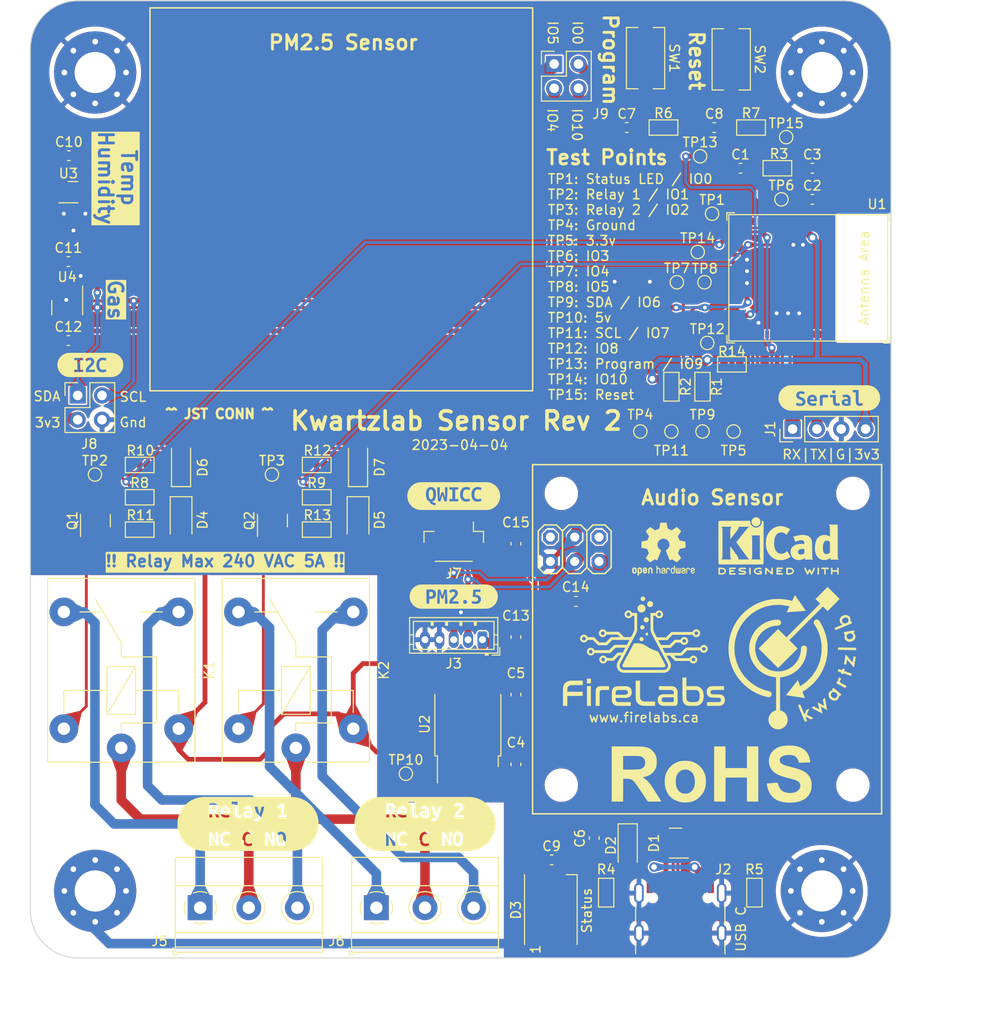
<source format=kicad_pcb>
(kicad_pcb (version 20221018) (generator pcbnew)
  (title_block (title "Kwartzlab Environmental Sensor") (date "2023-04-04") (rev "2") (company "Created By: Erin Reed (FireLabs - www.firelabs.ca)"))
  (layers (0 "F.Cu" signal) (31 "B.Cu" signal) (34 "B.Paste" user) (35 "F.Paste" user) (36 "B.SilkS" user "B.Silkscreen") (37 "F.SilkS" user "F.Silkscreen") (38 "B.Mask" user) (39 "F.Mask" user) (44 "Edge.Cuts" user))
  (net 0 "")
  (net 1 "GND")
  (net 2 "RESET")
  (net 3 "+3V3")
  (net 4 "+5V")
  (net 5 "Net-(C7-Pad2)")
  (net 6 "/USB_DP")
  (net 7 "/USB_DN")
  (net 8 "VBUS")
  (net 9 "/Status LED/D_OUT")
  (net 10 "Net-(C8-Pad2)")
  (net 11 "/USB C Connector/USB_CC1")
  (net 12 "STATUS")
  (net 13 "/Output Relays/RELAY1_STATUS_LED")
  (net 14 "/Output Relays/RELAY2_STATUS_LED")
  (net 15 "SDA")
  (net 16 "SCL")
  (net 17 "/Output Relays/RELAY1_EN")
  (net 18 "/Output Relays/RELAY2_EN")
  (net 21 "/Output Relays/RELAY1_NC")
  (net 26 "/Output Relays/RELAY1_COM")
  (net 28 "/Output Relays/RELAY1_NO")
  (net 29 "/Output Relays/RELAY2_NC")
  (net 34 "/RX")
  (net 35 "/TX")
  (net 40 "/Output Relays/RELAY2_COM")
  (net 41 "/Output Relays/RELAY2_NO")
  (net 42 "/Output Relays/RELAY1_F_EN")
  (net 43 "/Output Relays/RELAY2_F_EN")
  (net 44 "BOOT")
  (net 45 "RELAY1")
  (net 46 "RELAY2")
  (net 47 "GPIO3")
  (net 48 "GPIO4")
  (net 49 "GPIO5")
  (net 50 "GPIO8")
  (net 51 "GPIO10")
  (net 52 "/USB C Connector/USB_CC2")
  (footprint "kibuzzard-641C3874" (layer "F.Cu") (at 134.3 120.9)
    (fp_text reference "kibuzzard-641C3874" hide)
    (fp_text value "G***" hide)
  )
  (footprint "Connector_PinHeader_2.54mm:PinHeader_2x02_P2.54mm_Vertical" (layer "F.Cu") (at 95 99.884291)
    (fp_text reference "J8")
    (fp_text value "Conn_02x02_Odd_Even")
  )
  (footprint "Package_TO_SOT_SMD:TO-252-2" (layer "F.Cu") (at 135.775 134.235 90)
    (fp_text reference "U2")
    (fp_text value "AMS1117-3.3")
  )
  (footprint "Button_Switch_SMD:SW_Tactile_SPST_NO_Straight_CK_PTS636Sx25SMTRLFS" (layer "F.Cu") (at 154.35 64.65 -90)
    (fp_text reference "SW1")
    (fp_text value "SW_Push")
  )
  (footprint "Capacitor_SMD:C_0603_1608Metric" (layer "F.Cu") (at 152.375 71.9)
    (fp_text reference "C7")
    (fp_text value "0.1uF / 50v (10%) (NC)")
  )
  (footprint "MountingHole:MountingHole_4.3mm_M4_Pad_Via" (layer "F.Cu") (at 172.782188 66.15)
    (fp_text reference "H3" hide)
    (fp_text value "M4" hide)
  )
  (footprint "kibuzzard-641C36F3" (layer "F.Cu") (at 112.8 144.65)
    (fp_text reference "kibuzzard-641C36F3" hide)
    (fp_text value "G***" hide)
  )
  (footprint "MountingHole:MountingHole_4.3mm_M4_Pad_Via" (layer "F.Cu") (at 96.825 151.65)
    (fp_text reference "H1" hide)
    (fp_text value "M4" hide)
  )
  (footprint "PCM_Resistor_SMD_AKL:R_0603_1608Metric" (layer "F.Cu") (at 119.975 113.9 180)
    (fp_text reference "R13")
    (fp_text value "10k (1%)" hide)
  )
  (footprint "Connector_PinHeader_2.54mm:PinHeader_1x04_P2.54mm_Vertical" (layer "F.Cu") (at 169.72 103.4 90)
    (fp_text reference "J1")
    (fp_text value "Serial Interface")
  )
  (footprint "TestPoint:TestPoint_Pad_D1.0mm" (layer "F.Cu") (at 161.3 80.9)
    (fp_text reference "TP1")
    (fp_text value "Status")
  )
  (footprint "MountingHole:MountingHole_4.3mm_M4_Pad_Via" (layer "F.Cu") (at 96.825 66.15)
    (fp_text reference "H4" hide)
    (fp_text value "M4")
  )
  (footprint "Package_TO_SOT_SMD:SOT-23" (layer "F.Cu") (at 115.35 112.9625 90)
    (fp_text reference "Q2")
    (fp_text value "MMBT3904-TP")
  )
  (footprint "Symbol:OSHW-Logo2_7.3x6mm_SilkScreen" (layer "F.Cu") (at 156.22 115.94)
    (fp_text reference "REF**" hide)
    (fp_text value "OSHW-Logo2_7.3x6mm_SilkScreen" hide)
  )
  (footprint "Connector_JST:JST_ZH_B5B-ZR_1x05_P1.50mm_Vertical" (layer "F.Cu") (at 137.3 125.4 180)
    (fp_text reference "J3")
    (fp_text value "PM2.5 Sensor")
  )
  (footprint "Symbol:RoHS-Logo_6mm_SilkScreen" (layer "F.Cu") (at 161.271137 139.428748)
    (fp_text reference "REF**" hide)
    (fp_text value "RoHS-Logo_6mm_SilkScreen" hide)
  )
  (footprint "Diode_SMD:D_SOD-123" (layer "F.Cu") (at 105.8 107.05 90)
    (fp_text reference "D6")
    (fp_text value "1N4148W")
  )
  (footprint "Espressif:ESP32-C3-MINI-1" (layer "F.Cu") (at 171.35 87.6 -90)
    (fp_text reference "U1")
    (fp_text value "ESP32-C3-MINI-1")
  )
  (footprint "PCM_Resistor_SMD_AKL:R_0603_1608Metric" (layer "F.Cu") (at 150.23 151.825 -90)
    (fp_text reference "R4")
    (fp_text value "5.11k" hide)
  )
  (footprint "Relay_THT:Relay_SPDT_Finder_36.11" (layer "F.Cu") (at 117.8 136.7 90)
    (fp_text reference "K2")
    (fp_text value "5v Relay")
  )
  (footprint "Capacitor_SMD:C_0603_1608Metric" (layer "F.Cu") (at 171.775 79.4)
    (fp_text reference "C2")
    (fp_text value "10uF / 25v (20%)")
  )
  (footprint "LOGO" (layer "F.Cu") (at 168.2 126.35)
    (fp_text reference "G***" hide)
    (fp_text value "LOGO" hide)
  )
  (footprint "PCM_Resistor_SMD_AKL:R_0603_1608Metric" (layer "F.Cu") (at 101.475 110.525)
    (fp_text reference "R8")
    (fp_text value "1k (1%)" hide)
  )
  (footprint "MountingHole:MountingHole_4.3mm_M4_Pad_Via" (layer "F.Cu") (at 172.769581 151.65)
    (fp_text reference "H2" hide)
    (fp_text value "M4" hide)
  )
  (footprint "Capacitor_SMD:C_0603_1608Metric" (layer "F.Cu") (at 147.075 121.4 180)
    (fp_text reference "C14")
    (fp_text value "10uF / 25v (20%)")
  )
  (footprint "PCM_Resistor_SMD_AKL:R_0603_1608Metric" (layer "F.Cu") (at 160.3 98.975 -90)
    (fp_text reference "R1")
    (fp_text value "5.1k (1%)" hide)
  )
  (footprint "Capacitor_SMD:C_0603_1608Metric" (layer "F.Cu") (at 94.075 74.8375)
    (fp_text reference "C10")
    (fp_text value "10uF / 25v (20%)")
  )
  (footprint "TerminalBlock_Phoenix:TerminalBlock_Phoenix_MKDS-1,5-3-5.08_1x03_P5.08mm_Horizontal" (layer "F.Cu") (at 126.215 153.4)
    (fp_text reference "J6")
    (fp_text value "Screw_Terminal_01x03")
  )
  (footprint "TestPoint:TestPoint_Pad_D1.0mm" (layer "F.Cu") (at 129.3 139.4)
    (fp_text reference "TP10")
    (fp_text value "5V")
  )
  (footprint "Capacitor_SMD:C_0603_1608Metric" (layer "F.Cu") (at 140.8 115.375 90)
    (fp_text reference "C15")
    (fp_text value "10uF / 25v (20%)")
  )
  (footprint "LED_SMD:LED_WS2812B_PLCC4_5.0x5.0mm_P3.2mm" (layer "F.Cu") (at 144.45 153.6 90)
    (fp_text reference "D3")
    (fp_text value "WS2812B")
  )
  (footprint "Capacitor_SMD:C_0603_1608Metric" (layer "F.Cu") (at 140.8 125.125 90)
    (fp_text reference "C13")
    (fp_text value "10uF / 25v (20%)")
  )
  (footprint "Symbol:KiCad-Logo2_5mm_SilkScreen" (layer "F.Cu") (at 168.24 115.6)
    (fp_text reference "REF**" hide)
    (fp_text value "KiCad-Logo2_5mm_SilkScreen" hide)
  )
  (footprint "PCM_Resistor_SMD_AKL:R_0603_1608Metric" (layer "F.Cu") (at 165.73 151.825 -90)
    (fp_text reference "R5")
    (fp_text value "5.11k" hide)
  )
  (footprint "TestPoint:TestPoint_Pad_D1.0mm" (layer "F.Cu") (at 160.3 103.65 90)
    (fp_text reference "TP9")
    (fp_text value "SDA")
  )
  (footprint "kibuzzard-643301AD" (layer "F.Cu") (at 96.32 96.7)
    (fp_text reference "kibuzzard-643301AD" hide)
    (fp_text value "G***" hide)
  )
  (footprint "Button_Switch_SMD:SW_Tactile_SPST_NO_Straight_CK_PTS636Sx25SMTRLFS" (layer "F.Cu") (at 163.3 64.775 -90)
    (fp_text reference "SW2")
    (fp_text value "SW_Push")
  )
  (footprint "Capacitor_SMD:C_0603_1608Metric" (layer "F.Cu") (at 140.8 131.125 90)
    (fp_text reference "C5")
    (fp_text value "10uF / 25v (20%)")
  )
  (footprint "TestPoint:TestPoint_Pad_D1.0mm" (layer "F.Cu") (at 153.8 103.65 90)
    (fp_text reference "TP4")
    (fp_text value "GND")
  )
  (footprint "PCM_Resistor_SMD_AKL:R_0603_1608Metric" (layer "F.Cu") (at 165.375 71.9)
    (fp_text reference "R7")
    (fp_text value "100" hide)
  )
  (footprint "Diode_SMD:D_SOD-123" (layer "F.Cu") (at 152.48 147 -90)
    (fp_text reference "D2")
    (fp_text value "1N5819HW-7-F")
  )
  (footprint "TestPoint:TestPoint_Pad_D1.0mm" (layer "F.Cu") (at 115.3 108.15)
    (fp_text reference "TP3")
    (fp_text value "Relay 2")
  )
  (footprint "Capacitor_SMD:C_0603_1608Metric" (layer "F.Cu") (at 164.275 76.15)
    (fp_text reference "C1")
    (fp_text value "1uF / 16v (10%)")
  )
  (footprint "kibuzzard-641C3703" (layer "F.Cu") (at 131.3 144.65)
    (fp_text reference "kibuzzard-641C3703" hide)
    (fp_text value "G***" hide)
  )
  (footprint "Connector_JST:JST_SH_BM04B-SRSS-TB_1x04-1MP_P1.00mm_Vertical" (layer "F.Cu") (at 134.3 115.2 180)
    (fp_text reference "J7")
    (fp_text value "Qwicc Connector")
  )
  (footprint "Capacitor_SMD:C_0603_1608Metric" (layer "F.Cu") (at 161.525 71.9)
    (fp_text reference "C8")
    (fp_text value "0.1uF / 50v (10%) (NC)")
  )
  (footprint "PCM_Resistor_SMD_AKL:R_0603_1608Metric" (layer "F.Cu") (at 163.375 96.64)
    (fp_text reference "R14")
    (fp_text value "10k (1%)" hide)
  )
  (footprint "TestPoint:TestPoint_Pad_D1.0mm" (layer "F.Cu") (at 160.05 74.9)
    (fp_text reference "TP13")
    (fp_text value "Program")
  )
  (footprint "TestPoint:TestPoint_Pad_D1.0mm" (layer "F.Cu") (at 168.55 79.4)
    (fp_text reference "TP6")
    (fp_text value "GPIO3")
  )
  (footprint "TerminalBlock_Phoenix:TerminalBlock_Phoenix_MKDS-1,5-3-5.08_1x03_P5.08mm_Horizontal" (layer "F.Cu") (at 107.8 153.4)
    (fp_text reference "J5")
    (fp_text value "Screw_Terminal_01x03")
  )
  (footprint "Zio Loudness Sensor:zio_loudness_sensor" (layer "F.Cu") (at 147.062928 115.954144 180)
    (fp_text reference "J4" hide)
    (fp_text value "Zio Loudness Sensor")
  )
  (footprint "kibuzzard-641C387C" (layer "F.Cu") (at 134.3 110.4)
    (fp_text reference "kibuzzard-641C387C" hide)
    (fp_text value "G***" hide)
  )
  (footprint "PCM_Resistor_SMD_AKL:R_0603_1608Metric" (layer "F.Cu") (at 101.475 107.15 180)
    (fp_text reference "R10")
    (fp_text value "1k (1%)" hide)
  )
  (footprint "PCM_Resistor_SMD_AKL:R_0603_1608Metric" (layer "F.Cu") (at 119.975 107.15 180)
    (fp_text reference "R12")
    (fp_text value "1k (1%)" hide)
  )
  (footprint "Diode_SMD:D_SOD-123" (layer "F.Cu") (at 124.3 107.05 90)
    (fp_text reference "D7")
    (fp_text value "1N4148W")
  )
  (footprint "LED_SMD:LED_1206_3216Metric" (layer "F.Cu") (at 105.8 112.75 -90)
    (fp_text reference "D4")
    (fp_text value "LED")
  )
  (footprint "TestPoint:TestPoint_Pad_D1.0mm" (layer "F.Cu") (at 157.05 103.65 90)
    (fp_text reference "TP11")
    (fp_text value "SCL")
  )
  (footprint "kibuzzard-641C3A69" (layer "F.Cu") (at 173.55 100.15)
    (fp_text reference "kibuzzard-641C3A69" hide)
    (fp_text value "G***" hide)
  )
  (footprint "TestPoint:TestPoint_Pad_D1.0mm" (layer "F.Cu") (at 159.8 84.9)
    (fp_text reference "TP14")
    (fp_text value "GPIO10")
  )
  (footprint "Capacitor_SMD:C_0603_1608Metric" (layer "F.Cu") (at 171.775 76.15)
    (fp_text reference "C3")
    (fp_text value "0.1uF / 50v (10%)")
  )
  (footprint "Package_LGA:Bosch_LGA-8_3x3mm_P0.8mm_ClockwisePinNumbering" (layer "F.Cu") (at 93.9 89.9625)
    (fp_text reference "U4")
    (fp_text value "BME688")
  )
  (footprint "TestPoint:TestPoint_Pad_D1.0mm" (layer "F.Cu") (at 160.51 88.06)
    (fp_text reference "TP8")
    (fp_text value "GPIO5")
  )
  (footprint "TestPoint:TestPoint_Pad_D1.0mm" (layer "F.Cu") (at 163.55 103.65 90)
    (fp_text reference "TP5")
    (fp_text value "3V3")
  )
  (footprint "TestPoint:TestPoint_Pad_D1.0mm" (layer "F.Cu") (at 160.8 94.4)
    (fp_text reference "TP12")
    (fp_text value "GPIO8")
  )
  (footprint "Capacitor_SMD:C_0603_1608Metric" (layer "F.Cu") (at 148.98 146.125 -90)
    (fp_text reference "C6")
    (fp_text value "10uF / 25v (20%)")
  )
  (footprint "Connector_USB:USB_C_Receptacle_GCT_USB4105-xx-A_16P_TopMnt_Horizontal" (layer "F.Cu") (at 157.98 154.975)
    (fp_text reference "J2")
    (fp_text value "USB_C_Receptacle_USB2.0")
  )
  (footprint "PCM_Resistor_SMD_AKL:R_0603_1608Metric" (layer "F.Cu") (at 101.475 113.9 180)
    (fp_text reference "R11")
    (fp_text value "10k (1%)" hide)
  )
  (footprint "Package_TO_SOT_SMD:SOT-23" (layer "F.Cu") (at 96.85 112.9625 90)
    (fp_text reference "Q1")
    (fp_text value "MMBT3904-TP")
  )
  (footprint "Connector_PinHeader_2.54mm:PinHeader_2x02_P2.54mm_Vertical" (layer "F.Cu") (at 144.8 65.26)
    (fp_text reference "J9")
    (fp_text value "Conn_02x02_Odd_Even")
  )
  (footprint "PCM_Resistor_SMD_AKL:R_0603_1608Metric" (layer "F.Cu") (at 157.05 98.975 -90)
    (fp_text reference "R2")
    (fp_text value "5.1k (1%)" hide)
  )
  (footprint "Sensor_Humidity:Sensirion_DFN-4-1EP_2x2mm_P1mm_EP0.7x1.6mm" (layer "F.Cu") (at 94.025 78.65)
    (fp_text reference "U3")
    (fp_text value "SHTC3")
  )
  (footprint "PCM_Resistor_SMD_AKL:R_0603_1608Metric" (layer "F.Cu") (at 119.975 110.525)
    (fp_text reference "R9")
    (fp_text value "1k (1%)" hide)
  )
  (footprint "TestPoint:TestPoint_Pad_D1.0mm" (layer "F.Cu") (at 169.05 72.9)
    (fp_text reference "TP15")
    (fp_text value "Reset")
  )
  (footprint "LED_SMD:LED_1206_3216Metric" (layer "F.Cu") (at 124.3 112.75 -90)
    (fp_text reference "D5")
    (fp_text value "LED")
  )
  (footprint "Package_TO_SOT_SMD:SOT-143" (layer "F.Cu") (at 157.48 146.65 180)
    (fp_text reference "D1")
    (fp_text value "SP0503BAHT")
  )
  (footprint "Capacitor_SMD:C_0603_1608Metric" (layer "F.Cu") (at 140.8 138.425 90)
    (fp_text reference "C4")
    (fp_text value "10uF / 25v (20%)")
  )
  (footprint "PCM_Resistor_SMD_AKL:R_0603_1608Metric" (layer "F.Cu") (at 156.225 71.9)
    (fp_text reference "R6")
    (fp_text value "100" hide)
  )
  (footprint "Relay_THT:Relay_SPDT_Finder_36.11" (layer "F.Cu") (at 99.55 136.7 90)
    (fp_text reference "K1")
    (fp_text value "5v Relay")
  )
  (footprint "Capacitor_SMD:C_0603_1608Metric" (layer "F.Cu") (at 94.025 85.9)
    (fp_text reference "C11")
    (fp_text value "10uF / 25v (20%)")
  )
  (footprint "Capacitor_SMD:C_0603_1608Metric" (layer "F.Cu") (at 144.525 148.4)
    (fp_text reference "C9")
    (fp_text value "10uF / 25v (20%)")
  )
  (footprint "TestPoint:TestPoint_Pad_D1.0mm" (layer "F.Cu") (at 157.62 88.06)
    (fp_text reference "TP7")
    (fp_text value "GPIO4")
  )
  (footprint "LOGO" (layer "F.Cu") (at 154.17 126.6)
    (fp_text reference "G***" hide)
    (fp_text value "LOGO" hide)
  )
  (footprint "TestPoint:TestPoint_Pad_D1.0mm" (layer "F.Cu") (at 96.8 108.15)
    (fp_text reference "TP2")
    (fp_text value "Relay 1")
  )
  (footprint "PCM_Resistor_SMD_AKL:R_0603_1608Metric" (layer "F.Cu") (at 168.125 76.15 180)
    (fp_text reference "R3")
    (fp_text value "10k (1%)" hide)
  )
  (footprint "Capacitor_SMD:C_0603_1608Metric" (layer "F.Cu") (at 94.025 94.15)
    (fp_text reference "C12")
    (fp_text value "10uF / 25v (20%)")
  )
  (gr_rect (start 102.55 59.4) (end 142.55 99.4) (stroke (width 0.15)) (fill none) (layer "F.SilkS"))
  (gr_arc (start 180.007188 153.65) (mid 178.542721 157.18553) (end 175.007188 158.65) (stroke (width 0.1)) (layer "Edge.Cuts"))
  (gr_arc (start 90.05 63.65) (mid 91.514466 60.114466) (end 95.05 58.65) (stroke (width 0.1)) (layer "Edge.Cuts"))
  (gr_line (start 175.007188 158.65) (end 95.05 158.65) (stroke (width 0.1)) (layer "Edge.Cuts"))
  (gr_arc (start 175.007188 58.65) (mid 178.54273 60.114462) (end 180.007188 63.65) (stroke (width 0.1)) (layer "Edge.Cuts"))
  (gr_line (start 180.007188 63.65) (end 180.007188 153.65) (stroke (width 0.1)) (layer "Edge.Cuts"))
  (gr_line (start 90.05 153.65) (end 90.05 63.65) (stroke (width 0.1)) (layer "Edge.Cuts"))
  (gr_arc (start 95.05 158.65) (mid 91.514466 157.185534) (end 90.05 153.65) (stroke (width 0.1)) (layer "Edge.Cuts"))
  (gr_line (start 95.05 58.65) (end 175.007188 58.65) (stroke (width 0.1)) (layer "Edge.Cuts"))
  (gr_text "PM2.5 Sensor" (at 114.8 63.9) (layer "F.SilkS") (effects (font (size 1.5 1.5) (thickness 0.3) bold) (justify left bottom)))
  (gr_text "IO10" (at 146.6 69.80467 270) (layer "F.SilkS") (effects (font (size 1 1)) (justify left bottom)))
  (gr_text "Program" (at 149.8 59.9 270) (layer "F.SilkS") (effects (font (size 1.5 1.5) (thickness 0.3) bold) (justify left bottom)))
  (gr_text "SDA\n" (at 90.29 100.56259) (layer "F.SilkS") (effects (font (size 1 1)) (justify left bottom)))
  (gr_text "USB C" (at 164.91 158.1 90) (layer "F.SilkS") (effects (font (size 1 1)) (justify left bottom)))
  (gr_text "^^ JST CONN ^^" (at 104.05 102.4) (layer "F.SilkS") (effects (font (size 1 1) (thickness 0.25) bold) (justify left bottom)))
  (gr_text "Audio Sensor" (at 153.732928 111.434144) (layer "F.SilkS") (effects (font (size 1.5 1.5) (thickness 0.3) bold) (justify left bottom)))
  (gr_text "Reset" (at 158.8 61.65 270) (layer "F.SilkS") (effects (font (size 1.5 1.5) (thickness 0.3) bold) (justify left bottom)))
  (gr_text "IO5" (at 144.06 60.665067 270) (layer "F.SilkS") (effects (font (size 1 1)) (justify left bottom)))
  (gr_text "Temp\nHumidity" (at 97.05 77.15 270) (layer "F.SilkS" knockout) (effects (font (size 1.5 1.5) (thickness 0.3) bold) (justify bottom)))
  (gr_text "Kwartzlab Sensor Rev 2" (at 134.55 103.65) (layer "F.SilkS") (effects (font (size 1.9 1.9) (thickness 0.38) bold) (justify bottom)))
  (gr_text "www.firelabs.ca" (at 148.327387 134.11) (layer "F.SilkS") (effects (font (size 1 1)) (justify left bottom)))
  (gr_text "2023-04-04" (at 129.8 105.65) (layer "F.SilkS") (effects (font (size 1 1)) (justify left bottom)))
  (gr_text "Status" (at 148.8 156.15 90) (layer "F.SilkS") (effects (font (size 1 1)) (justify left bottom)))
  (gr_text "IO0" (at 146.64 60.665067 270) (layer "F.SilkS") (effects (font (size 1 1)) (justify left bottom)))
  (gr_text "IO4" (at 144.02 69.80467 270) (layer "F.SilkS") (effects (font (size 1 1)) (justify left bottom)))
  (gr_text "SCL" (at 99.29 100.620183) (layer "F.SilkS") (effects (font (size 1 1)) (justify left bottom)))
  (gr_text "Gas" (at 98.05 87.65 -90) (layer "F.SilkS" knockout) (effects (font (size 1.5 1.5) (thickness 0.3) bold) (justify left bottom)))
  (gr_text "      !! Relay Max 240 VAC 5A !!      " (at 92.3 117.9) (layer "F.SilkS" knockout) (effects (font (size 1.2 1.2) (thickness 0.25) bold) (justify left bottom)))
  (gr_text "Gnd" (at 99.28 103.290183) (layer "F.SilkS") (effects (font (size 1 1)) (justify left bottom)))
  (gr_text "RX|TX|G|3v3" (at 168.55 106.65) (layer "F.SilkS") (effects (font (size 1 1)) (justify left bottom)))
  (gr_text "TP1: Status LED / IO0\nTP2: Relay 1 / IO1\nTP3: Relay 2 / IO2\nTP4: Ground\nTP5: 3.3v\nTP6: IO3\nTP7: IO4\nTP8: IO5\nTP9: SDA / IO6\nTP10: 5v\nTP11: SCL / IO7\nTP12: IO8\nTP13: Program / IO9\nTP14: IO10\nTP15: Reset" (at 144.05 100.4) (layer "F.SilkS") (effects (font (size 1 1)) (justify left bottom)))
  (gr_text "Test Points" (at 143.8 75.9) (layer "F.SilkS") (effects (font (size 1.5 1.5) (thickness 0.3) bold) (justify left bottom)))
  (gr_text "3v3" (at 90.43 103.31259) (layer "F.SilkS") (effects (font (size 1 1)) (justify left bottom)))
  (segment (start 96.825 155.675) (end 98.3 157.15) (width 1) (layer "F.Cu") (net 1))
  (segment (start 96.825 151.65) (end 96.825 155.675) (width 1) (layer "F.Cu") (net 1))
  (segment (start 96.825 151.65) (end 96.825 154.675) (width 0.5) (layer "F.Cu") (net 1))
  (segment (start 98.3 157.15) (end 140.3 157.15) (width 1) (layer "F.Cu") (net 1))
  (via (at 95.8 80.9) (size 0.8) (drill 0.4) (layers "F.Cu" "B.Cu") (net 1))
  (via (at 170.4 91.3) (size 0.8) (drill 0.4) (layers "F.Cu" "B.Cu") (net 1))
  (via (at 169.25 91.3) (size 0.8) (drill 0.4) (layers "F.Cu" "B.Cu") (net 1))
  (via (at 94.55 82.65) (size 0.8) (drill 0.4) (layers "F.Cu" "B.Cu") (net 1))
  (via (at 168.05 91.3) (size 0.8) (drill 0.4) (layers "F.Cu" "B.Cu") (net 1))
  (via (at 170.8 84.15) (size 0.8) (drill 0.4) (layers "F.Cu" "B.Cu") (net 1))
  (via (at 93.8 89.9) (size 0.8) (drill 0.4) (layers "F.Cu" "B.Cu") (net 1))
  (via (at 93.55 80.9) (size 0.8) (drill 0.4) (layers "F.Cu" "B.Cu") (net 1))
  (via (at 154.8 88.01) (size 0.8) (drill 0.4) (layers "F.Cu" "B.Cu") (net 1))
  (via (at 164.95 86.9) (size 0.8) (drill 0.4) (layers "F.Cu" "B.Cu") (net 1))
  (via (at 166.15 92.3) (size 0.8) (drill 0.4) (layers "F.Cu" "B.Cu") (net 1))
  (via (at 164.95 85.7) (size 0.8) (drill 0.4) (layers "F.Cu" "B.Cu") (net 1))
  (via (at 169.8 84.15) (size 0.8) (drill 0.4) (layers "F.Cu" "B.Cu") (net 1))
  (via (at 95.3 87.4) (size 0.8) (drill 0.4) (layers "F.Cu" "B.Cu") (net 1))
  (via (at 164.95 88.15) (size 0.8) (drill 0.4) (layers "F.Cu" "B.Cu") (net 1))
  (via (at 135.05 122.54) (size 0.8) (drill 0.4) (layers "F.Cu" "B.Cu") (net 1))
  (via (at 151.12 88) (size 0.8) (drill 0.4) (layers "F.Cu" "B.Cu") (net 1))
  (segment (start 96.825 151.65) (end 96.825 155.675) (width 1) (layer "B.Cu") (net 1))
  (segment (start 98.3 157.15) (end 140.3 157.15) (width 1) (layer "B.Cu") (net 1))
  (segment (start 96.825 155.675) (end 98.3 157.15) (width 1) (layer "B.Cu") (net 1))
  (segment (start 166.22 71.92) (end 166.22 72.82) (width 0.3) (layer "F.Cu") (net 2))
  (segment (start 167.05 79.9) (end 166.22 79.07) (width 0.3) (layer "F.Cu") (net 2))
  (segment (start 166.2 71.9) (end 166.22 71.92) (width 0.3) (layer "F.Cu") (net 2))
  (segment (start 166.22 79.07) (end 166.22 76.23) (width 0.3) (layer "F.Cu") (net 2))
  (segment (start 166.3 76.15) (end 167.3 76.15) (width 0.3) (layer "F.Cu") (net 2))
  (segment (start 166.22 76.23) (end 166.3 76.15) (width 0.3) (layer "F.Cu") (net 2))
  (segment (start 166.22 72.82) (end 166.3 72.9) (width 0.3) (layer "F.Cu") (net 2))
  (segment (start 166.22 76.07) (end 166.3 76.15) (width 0.3) (layer "F.Cu") (net 2))
  (segment (start 169.05 72.9) (end 166.3 72.9) (width 0.3) (layer "F.Cu") (net 2))
  (segment (start 165.05 76.15) (end 166.3 76.15) (width 0.3) (layer "F.Cu") (net 2))
  (segment (start 167.05 81.7) (end 167.05 79.9) (width 0.3) (layer "F.Cu") (net 2))
  (segment (start 166.22 72.82) (end 166.22 76.07) (width 0.3) (layer "F.Cu") (net 2))
  (segment (start 160.8 96.15) (end 160.3 96.65) (width 0.5) (layer "F.Cu") (net 3))
  (segment (start 93.05 87.4) (end 91.3 87.4) (width 0.5) (layer "F.Cu") (net 3))
  (segment (start 168.95 76.15) (end 171 76.15) (width 0.5) (layer "F.Cu") (net 3))
  (segment (start 91.3 75.4) (end 91.8 74.9) (width 0.5) (layer "F.Cu") (net 3))
  (segment (start 171 79.4) (end 171 76.15) (width 0.5) (layer "F.Cu") (net 3))
  (segment (start 139.83 114.6) (end 138.79 113.56) (width 0.5) (layer "F.Cu") (net 3))
  (segment (start 95 102.424291) (end 93.774291 102.424291) (width 0.5) (layer "F.Cu") (net 3))
  (segment (start 162.55 98.15) (end 160.3 98.15) (width 0.5) (layer "F.Cu") (net 3))
  (segment (start 94.3 92.65) (end 93.3 92.65) (width 0.5) (layer "F.Cu") (net 3))
  (segment (start 148.8 123.65) (end 142.8 123.65) (width 0.5) (layer "F.Cu") (net 3))
  (segment (start 142.3 131.9) (end 142.8 131.4) (width 0.5) (layer "F.Cu") (net 3))
  (segment (start 93.5 88.775) (end 93.5 87.85) (width 0.5) (layer "F.Cu") (net 3))
  (segment (start 93.2375 74.9) (end 93.3 74.8375) (width 0.5) (layer "F.Cu") (net 3))
  (segment (start 91.3 91.65) (end 91.3 87.4) (width 0.5) (layer "F.Cu") (net 3))
  (segment (start 135.3 111.9) (end 138.8 111.9) (width 0.5) (layer "F.Cu") (net 3))
  (segment (start 147.85 121.4) (end 149.482928 121.4) (width 0.5) (layer "F.Cu") (net 3))
  (segment (start 151.725856 117.224144) (end 163.55 105.4) (width 0.5) (layer "F.Cu") (net 3))
  (segment (start 93.5 87.85) (end 93.05 87.4) (width 0.5) (layer "F.Cu") (net 3))
  (segment (start 93.25 85.9) (end 91.3 85.9) (width 0.5) (layer "F.Cu") (net 3))
  (segment (start 163.55 99.15) (end 163.045 98.645) (width 0.5) (layer "F.Cu") (net 3))
  (segment (start 91.3 85.9) (end 91.3 78.15) (width 0.5) (layer "F.Cu") (net 3))
  (segment (start 96.05 92.65) (end 94.3 92.65) (width 0.5) (layer "F.Cu") (net 3))
  (segment (start 93.25 92.7) (end 93.3 92.65) (width 0.5) (layer "F.Cu") (net 3))
  (segment (start 160.3 96.65) (end 160.3 98.15) (width 0.5) (layer "F.Cu") (net 3))
  (segment (start 134.8 113.875) (end 134.8 112.4) (width 0.5) (layer "F.Cu") (net 3))
  (segment (start 149.482928 117.224144) (end 151.725856 117.224144) (width 0.5) (layer "F.Cu") (net 3))
  (segment (start 141.3 93.15) (end 96.55 93.15) (width 0.5) (layer "F.Cu") (net 3))
  (segment (start 149.482928 121.4) (end 149.482928 122.967072) (width 0.5) (layer "F.Cu") (net 3))
  (segment (start 163.55 105.4) (end 163.55 103.65) (width 0.5) (layer "F.Cu") (net 3))
  (segment (start 92.3 92.65) (end 93.3 92.65) (width 0.5) (layer "F.Cu") (net 3))
  (segment (start 171.05 81.7) (end 171.05 79.45) (width 0.5) (layer "F.Cu") (net 3))
  (segment (start 149.482928 122.967072) (end 148.8 123.65) (width 0.5) (layer "F.Cu") (net 3))
  (segment (start 137.3 131.3) (end 137.9 131.9) (width 0.5) (layer "F.Cu") (net 3))
  (segment (start 142.3 111.9) (end 142.3 118.91) (width 0.5) (layer "F.Cu") (net 3))
  (segment (start 134.8 112.4) (end 135.3 111.9) (width 0.5) (layer "F.Cu") (net 3))
  (segment (start 91.3 87.4) (end 91.3 85.9) (width 0.5) (layer "F.Cu") (net 3))
  (segment (start 163.55 103.65) (end 163.55 99.15) (width 0.5) (layer "F.Cu") (net 3))
  (segment (start 91.8 74.9) (end 93.2375 74.9) (width 0.5) (layer "F.Cu") (net 3))
  (segment (start 142.8 131.4) (end 142.8 123.65) (width 0.5) (layer "F.Cu") (net 3))
  (segment (start 93.25 94.15) (end 93.25 92.7) (width 0.5) (layer "F.Cu") (net 3))
  (segment (start 142.3 118.91) (end 142.8 119.41) (width 0.5) (layer "F.Cu") (net 3))
  (segment (start 157.05 98.15) (end 155.05 98.15) (width 0.5) (layer "F.Cu") (net 3))
  (segment (start 171.05 79.45) (end 171 79.4) (width 0.5) (layer "F.Cu") (net 3))
  (segment (start 171.05 81.7) (end 171.05 82.65) (width 0.5) (layer "F.Cu") (net 3))
  (segment (start 140.8 131.9) (end 142.3 131.9) (width 0.5) (layer "F.Cu") (net 3))
  (segment (start 163.045 98.645) (end 162.55 98.15) (width 0.5) (layer "F.Cu") (net 3))
  (segment (start 137.9 131.9) (end 140.8 131.9) (width 0.5) (layer "F.Cu") (net 3))
  (segment (start 140.8 111.9) (end 142.3 111.9) (width 0.5) (layer "F.Cu") (net 3))
  (segment (start 142.3 111.9) (end 142.3 94.15) (width 0.5) (layer "F.Cu") (net 3))
  (segment (start 91.8 92.15) (end 91.3 91.65) (width 0.5) (layer "F.Cu") (net 3))
  (segment (start 92.3 92.65) (end 91.8 92.15) (width 0.5) (layer "F.Cu") (net 3))
  (segment (start 93.774291 102.424291) (end 93.25 101.9) (width 0.5) (layer "F.Cu") (net 3))
  (segment (start 93.1 78.15) (end 91.3 78.15) (width 0.5) (layer "F.Cu") (net 3))
  (segment (start 138.79 113.56) (end 138.79 111.91) (width 0.5) (layer "F.Cu") (net 3))
  (segment (start 140.8 114.6) (end 139.83 114.6) (width 0.5) (layer "F.Cu") (net 3))
  (segment (start 142.3 94.15) (end 141.3 93.15) (width 0.5) (layer "F.Cu") (net 3))
  (segment (start 149.482928 117.224144) (end 149.482928 121.4) (width 0.5) (layer "F.Cu") (net 3))
  (segment (start 171.05 82.65) (end 171.8 83.4) (width 0.5) (layer "F.Cu") (net 3))
  (segment (start 93.25 101.9) (end 93.25 94.15) (width 0.5) (layer "F.Cu") (net 3))
  (segment (start 91.8 92.15) (end 92.7 91.25) (width 0.5) (layer "F.Cu") (net 3))
  (segment (start 91.3 78.15) (end 91.3 75.4) (width 0.5) (layer "F.Cu") (net 3))
  (segment (start 164.2 96.64) (end 164.2 97.49) (width 0.5) (layer "F.Cu") (net 3))
  (segment (start 96.55 93.15) (end 96.05 92.65) (width 0.5) (layer "F.Cu") (net 3))
  (segment (start 94.3 91.15) (end 94.3 92.65) (width 0.5) (layer "F.Cu") (net 3))
  (segment (start 142.8 119.41) (end 142.8 123.65) (width 0.5) (layer "F.Cu") (net 3))
  (segment (start 92.7 91.25) (end 92.7 91.15) (width 0.5) (layer "F.Cu") (net 3))
  (segment (start 138.8 111.9) (end 140.8 111.9) (width 0.5) (layer "F.Cu") (net 3))
  (segment (start 138.79 111.91) (end 138.8 111.9) (width 0.5) (layer "F.Cu") (net 3))
  (segment (start 164.2 97.49) (end 163.045 98.645) (width 0.5) (layer "F.Cu") (net 3))
  (via (at 155.05 98.15) (size 1) (drill 0.6) (layers "F.Cu" "B.Cu") (net 3))
  (via (at 171.8 83.4) (size 1) (drill 0.6) (layers "F.Cu" "B.Cu") (net 3))
  (via (at 160.8 96.15) (size 1) (drill 0.6) (layers "F.Cu" "B.Cu") (net 3))
  (segment (start 155.8 96.15) (end 173.55 96.15) (width 0.5) (layer "B.Cu") (net 3))
  (segment (start 176.8 96.15) (end 177.34 96.69) (width 0.5) (layer "B.Cu") (net 3))
  (segment (start 155.05 98.15) (end 155.05 96.9) (width 0.5) (layer "B.Cu") (net 3))
  (segment (start 173.55 96.15) (end 176.8 96.15) (width 0.5) (layer "B.Cu") (net 3))
  (segment (start 155.05 96.9) (end 155.8 96.15) (width 0.5) (layer "B.Cu") (net 3))
  (segment (start 172.3 96.15) (end 173.55 96.15) (width 0.5) (layer "B.Cu") (net 3))
  (segment (start 172.3 83.9) (end 172.3 96.15) (width 0.5) (layer "B.Cu") (net 3))
  (segment (start 177.34 96.69) (end 177.34 103.4) (width 0.5) (layer "B.Cu") (net 3))
  (segment (start 171.8 83.4) (end 172.3 83.9) (width 0.5) (layer "B.Cu") (net 3))
  (segment (start 124.8 127.9) (end 123.8 128.9) (width 0.5) (layer "F.Cu") (net 4))
  (segment (start 124.3 114.15) (end 126.8 114.15) (width 0.5) (layer "F.Cu") (net 4))
  (segment (start 125.75 108.7) (end 125.8 108.75) (width 0.5) (layer "F.Cu") (net 4))
  (segment (start 114.05 137.9) (end 106.55 137.9) (width 0.5) (layer "F.Cu") (net 4))
  (segment (start 129.3 137.15) (end 126.25 137.15) (width 0.5) (layer "F.Cu") (net 4))
  (segment (start 115.05 136.9) (end 114.05 137.9) (width 0.5) (layer "F.Cu") (net 4))
  (segment (start 108.3 114.15) (end 105.8 114.15) (width 0.5) (layer "F.Cu") (net 4))
  (segment (start 143.75 145.55) (end 143.55 145.35) (width 0.5) (layer "F.Cu") (net 4))
  (segment (start 106.55 137.9) (end 105.55 136.9) (width 0.5) (layer "F.Cu") (net 4))
  (segment (start 105.55 136.9) (end 105.55 134.7) (width 0.5) (layer "F.Cu") (net 4))
  (segment (start 137.8 125.9) (end 140.8 125.9) (width 0.5) (layer "F.Cu") (net 4))
  (segment (start 107.25 108.7) (end 108.3 109.75) (width 0.5) (layer "F.Cu") (net 4))
  (segment (start 137.3 125.4) (end 137.3 127.65) (width 0.5) (layer "F.Cu") (net 4))
  (segment (start 135.93 137.15) (end 129.3 137.15) (width 0.5) (layer "F.Cu") (net 4))
  (segment (start 105.8 108.7) (end 107.25 108.7) (width 0.5) (layer "F.Cu") (net 4))
  (segment (start 143.55 145.35) (end 141.5 145.35) (width 0.5) (layer "F.Cu") (net 4))
  (segment (start 137.3 125.4) (end 137.8 125.9) (width 0.5) (layer "F.Cu") (net 4))
  (segment (start 116.55 133.15) (end 115.05 134.65) (width 0.5) (layer "F.Cu") (net 4))
  (segment (start 138.13 139.2) (end 138.055 139.275) (width 0.5) (layer "F.Cu") (net 4))
  (segment (start 141.8 148.4) (end 140.8 149.4) (width 0.5) (layer "F.Cu") (net 4))
  (segment (start 129.3 139.4) (end 129.3 137.15) (width 0.5) (layer "F.Cu") (net 4))
  (segment (start 140.8 144.65) (end 140.8 139.2) (width 0.5) (layer "F.Cu") (net 4))
  (segment (start 123.8 128.9) (end 123.8 134.7) (width 0.5) (layer "F.Cu") (net 4))
  (segment (start 148.98 145.35) (end 143.55 145.35) (width 0.5) (layer "F.Cu") (net 4))
  (segment (start 126.8 109.75) (end 126.8 127.9) (width 0.5) (layer "F.Cu") (net 4))
  (segment (start 125.8 108.75) (end 126.8 109.75) (width 0.5) (layer "F.Cu") (net 4))
  (segment (start 137.3 127.65) (end 137.05 127.9) (width 0.5) (layer "F.Cu") (net 4))
  (segment (start 108.3 114.15) (end 108.3 131.95) (width 0.5) (layer "F.Cu") (net 4))
  (segment (start 140.8 155.4) (end 141.45 156.05) (width 0.5) (layer "F.Cu") (net 4))
  (segment (start 141.5 145.35) (end 140.8 144.65) (width 0.5) (layer "F.Cu") (net 4))
  (segment (start 123.8 134.7) (end 122.25 133.15) (width 0.5) (layer "F.Cu") (net 4))
  (segment (start 108.3 109.75) (end 108.3 114.15) (width 0.5) (layer "F.Cu") (net 4))
  (segment (start 108.3 131.95) (end 105.55 134.7) (width 0.5) (layer "F.Cu") (net 4))
  (segment (start 124.3 108.7) (end 125.75 108.7) (width 0.5) (layer "F.Cu") (net 4))
  (segment (start 124.8 127.9) (end 137.05 127.9) (width 0.5) (layer "F.Cu") (net 4))
  (segment (start 140.8 139.2) (end 138.13 139.2) (width 0.5) (layer "F.Cu") (net 4))
  (segment (start 115.05 134.65) (end 115.05 136.9) (width 0.5) (layer "F.Cu") (net 4))
  (segment (start 141.45 156.05) (end 142.8 156.05) (width 0.5) (layer "F.Cu") (net 4))
  (segment (start 140.8 149.4) (end 140.8 155.4) (width 0.5) (layer "F.Cu") (net 4))
  (segment (start 122.25 133.15) (end 116.55 133.15) (width 0.5) (layer "F.Cu") (net 4))
  (segment (start 126.25 137.15) (end 123.8 134.7) (width 0.5) (layer "F.Cu") (net 4))
  (segment (start 152.48 145.35) (end 148.98 145.35) (width 0.5) (layer "F.Cu") (net 4))
  (segment (start 143.75 148.4) (end 143.75 145.55) (width 0.5) (layer "F.Cu") (net 4))
  (segment (start 138.055 139.275) (end 135.93 137.15) (width 0.5) (layer "F.Cu") (net 4))
  (segment (start 143.75 148.4) (end 141.8 148.4) (width 0.5) (layer "F.Cu") (net 4))
  (segment (start 154.35 68.525) (end 154.35 71.9) (width 0.3) (layer "F.Cu") (net 5))
  (segment (start 154.35 71.9) (end 155.4 71.9) (width 0.3) (layer "F.Cu") (net 5))
  (segment (start 154.35 71.9) (end 153.15 71.9) (width 0.3) (layer "F.Cu") (net 5))
  (segment (start 157.78 145.7) (end 157.73 145.65) (width 0.3) (layer "F.Cu") (net 6))
  (segment (start 157.73 151.295) (end 157.73 145.65) (width 0.3) (layer "F.Cu") (net 6))
  (segment (start 158.73 151.295) (end 158.73 150.15) (width 0.3) (layer "F.Cu") (net 6))
  (segment (start 158.48 145.7) (end 157.78 145.7) (width 0.3) (layer "F.Cu") (net 6))
  (segment (start 158.48 149.9) (end 157.73 149.9) (width 0.3) (layer "F.Cu") (net 6))
  (segment (start 157.73 145.65) (end 157.73 119.823554) (width 0.3) (layer "F.Cu") (net 6))
  (segment (start 158.73 150.15) (end 158.48 149.9) (width 0.3) (layer "F.Cu") (net 6))
  (segment (start 166.05 94.4) (end 166.25 94.2) (width 0.3) (layer "F.Cu") (net 6))
  (segment (start 166.25 94.2) (end 166.25 93.5) (width 0.3) (layer "F.Cu") (net 6))
  (segment (start 157.73 119.823554) (end 166.05 111.503554) (width 0.3) (layer "F.Cu") (net 6))
  (segment (start 166.05 111.503554) (end 166.05 94.4) (width 0.3) (layer "F.Cu") (net 6))
  (segment (start 157.23 151.295) (end 157.23 145.65) (width 0.3) (layer "F.Cu") (net 7))
  (segment (start 157.23 119.616446) (end 165.55 111.296446) (width 0.3) (layer "F.Cu") (net 7))
  (segment (start 157.48 152.65) (end 157.98 152.65) (width 0.3) (layer "F.Cu") (net 7))
  (segment (start 158.23 152.4) (end 158.23 151.295) (width 0.3) (layer "F.Cu") (net 7))
  (segment (start 157.18 145.7) (end 157.23 145.65) (width 0.3) (layer "F.Cu") (net 7))
  (segment (start 157.23 151.295) (end 157.23 152.4) (width 0.3) (layer "F.Cu") (net 7))
  (segment (start 156.48 145.7) (end 157.18 145.7) (width 0.3) (layer "F.Cu") (net 7))
  (segment (start 157.23 152.4) (end 157.48 152.65) (width 0.3) (layer "F.Cu") (net 7))
  (segment (start 165.45 94.3) (end 165.45 93.5) (width 0.3) (layer "F.Cu") (net 7))
  (segment (start 157.98 152.65) (end 158.23 152.4) (width 0.3) (layer "F.Cu") (net 7))
  (segment (start 165.55 94.4) (end 165.45 94.3) (width 0.3) (layer "F.Cu") (net 7))
  (segment (start 165.55 111.296446) (end 165.55 94.4) (width 0.3) (layer "F.Cu") (net 7))
  (segment (start 157.23 145.65) (end 157.23 119.616446) (width 0.3) (layer "F.Cu") (net 7))
  (segment (start 152.48 147.93) (end 152.48 148.65) (width 0.5) (layer "F.Cu") (net 8))
  (segment (start 155.23 149.15) (end 156.48 149.15) (width 0.5) (layer "F.Cu") (net 8))
  (segment (start 155.58 151.295) (end 155.58 150.55) (width 0.5) (layer "F.Cu") (net 8))
  (segment (start 160.38 150.05) (end 159.48 149.15) (width 0.5) (layer "F.Cu") (net 8))
  (segment (start 152.81 147.6) (end 152.48 147.93) (width 0.5) (layer "F.Cu") (net 8))
  (segment (start 156.48 149.15) (end 156.48 147.6) (width 0.5) (layer "F.Cu") (net 8))
  (segment (start 156.48 149.65) (end 156.48 149.15) (width 0.5) (layer "F.Cu") (net 8))
  (segment (start 156.48 147.6) (end 152.81 147.6) (width 0.5) (layer "F.Cu") (net 8))
  (segment (start 160.38 151.295) (end 160.38 150.05) (width 0.5) (layer "F.Cu") (net 8))
  (segment (start 155.58 150.55) (end 156.48 149.65) (width 0.5) (layer "F.Cu") (net 8))
  (via (at 155.23 149.15) (size 1) (drill 0.6) (layers "F.Cu" "B.Cu") (net 8))
  (via (at 159.48 149.15) (size 1) (drill 0.6) (layers "F.Cu" "B.Cu") (net 8))
  (segment (start 159.48 149.15) (end 155.23 149.15) (width 0.5) (layer "B.Cu") (net 8))
  (segment (start 163.3 71.9) (end 164.55 71.9) (width 0.3) (layer "F.Cu") (net 10))
  (segment (start 163.3 68.65) (end 163.3 71.9) (width 0.3) (layer "F.Cu") (net 10))
  (segment (start 163.3 71.9) (end 162.3 71.9) (width 0.3) (layer "F.Cu") (net 10))
  (segment (start 156.73 152.97) (end 156.05 153.65) (width 0.3) (layer "F.Cu") (net 11))
  (segment (start 156.73 151.295) (end 156.73 152.97) (width 0.3) (layer "F.Cu") (net 11))
  (segment (start 156.05 153.65) (end 150.55 153.65) (width 0.3) (layer "F.Cu") (net 11))
  (segment (start 150.55 153.65) (end 150.23 153.33) (width 0.3) (layer "F.Cu") (net 11))
  (segment (start 150.23 153.33) (end 150.23 152.65) (width 0.3) (layer "F.Cu") (net 11))
  (segment (start 147.87 82.11) (end 147.87 71.09) (width 0.3) (layer "F.Cu") (net 12))
  (segment (start 166.45 82.8) (end 167.05 83.4) (width 0.3) (layer "F.Cu") (net 12))
  (segment (start 147.87 71.09) (end 148.81 70.15) (width 0.3) (layer "F.Cu") (net 12))
  (segment (start 161.3 80.9) (end 161.3 82.79) (width 0.3) (layer "F.Cu") (net 12))
  (segment (start 148.56 82.8) (end 147.87 82.11) (width 0.3) (layer "F.Cu") (net 12))
  (segment (start 163.75 82.8) (end 161.29 82.8) (width 0.3) (layer "F.Cu") (net 12))
  (segment (start 167.55 153.65) (end 166.55 154.65) (width 0.3) (layer "F.Cu") (net 12))
  (segment (start 166.55 154.65) (end 143.55 154.65) (width 0.3) (layer "F.Cu") (net 12))
  (segment (start 143.55 154.65) (end 142.8 153.9) (width 0.3) (layer "F.Cu") (net 12))
  (segment (start 161.3 82.79) (end 161.29 82.8) (width 0.3) (layer "F.Cu") (net 12))
  (segment (start 167.55 94.9) (end 167.55 153.65) (width 0.3) (layer "F.Cu") (net 12))
  (segment (start 163.75 82.8) (end 166.45 82.8) (width 0.3) (layer "F.Cu") (net 12))
  (segment (start 148.81 70.15) (end 148.81 66.73) (width 0.3) (layer "F.Cu") (net 12))
  (segment (start 161.29 82.8) (end 148.56 82.8) (width 0.3) (layer "F.Cu") (net 12))
  (segment (start 142.8 153.9) (end 142.8 151.15) (width 0.3) (layer "F.Cu") (net 12))
  (segment (start 148.81 66.73) (end 147.34 65.26) (width 0.3) (layer "F.Cu") (net 12))
  (via (at 167.05 83.4) (size 0.8) (drill 0.4) (layers "F.Cu" "B.Cu") (net 12))
  (via (at 167.55 94.9) (size 0.8) (drill 0.4) (layers "F.Cu" "B.Cu") (net 12))
  (segment (start 167.05 94.4) (end 167.55 94.9) (width 0.3) (layer "B.Cu") (net 12))
  (segment (start 167.05 83.4) (end 167.05 94.4) (width 0.3) (layer "B.Cu") (net 12))
  (segment (start 105.8 111.35) (end 104.75 111.35) (width 0.3) (layer "F.Cu") (net 13))
  (segment (start 104.05 107.9) (end 103.3 107.15) (width 0.3) (layer "F.Cu") (net 13))
  (segment (start 103.3 107.15) (end 102.3 107.15) (width 0.3) (layer "F.Cu") (net 13))
  (segment (start 104.75 111.35) (end 104.05 110.65) (width 0.3) (layer "F.Cu") (net 13))
  (segment (start 104.05 110.65) (end 104.05 107.9) (width 0.3) (layer "F.Cu") (net 13))
  (segment (start 123.25 111.35) (end 122.55 110.65) (width 0.3) (layer "F.Cu") (net 14))
  (segment (start 124.3 111.35) (end 123.25 111.35) (width 0.3) (layer "F.Cu") (net 14))
  (segment (start 122.55 110.65) (end 122.55 107.9) (width 0.3) (layer "F.Cu") (net 14))
  (segment (start 121.8 107.15) (end 120.8 107.15) (width 0.3) (layer "F.Cu") (net 14))
  (segment (start 122.55 107.9) (end 121.8 107.15) (width 0.3) (layer "F.Cu") (net 14))
  (segment (start 159.05 106.15) (end 159.05 103.65) (width 0.3) (layer "F.Cu") (net 15))
  (segment (start 135.8 119.0995) (end 135.8 125.4) (width 0.3) (layer "F.Cu") (net 15))
  (segment (start 165.05 89.65) (end 164.6 89.2) (width 0.3) (layer "F.Cu") (net 15))
  (segment (start 146.942928 117.224144) (end 148.017928 116.149144) (width 0.3) (layer "F.Cu") (net 15))
  (segment (start 165.05 90.15) (end 165.05 89.65) (width 0.3) (layer "F.Cu") (net 15))
  (segment (start 150.05 109.65) (end 155.55 109.65) (width 0.3) (layer "F.Cu") (net 15))
  (segment (start 95.1 91.1495) (end 95.1 91.15) (width 0.3) (layer "F.Cu") (net 15))
  (segment (start 160.2 99.9) (end 159.05 99.9) (width 0.3) (layer "F.Cu") (net 15))
  (segment (start 160.3 99.8) (end 160.2 99.9) (width 0.3) (layer "F.Cu") (net 15))
  (segment (start 159.5005 90.6995) (end 159.05 91.15) (width 0.3) (layer "F.Cu") (net 15))
  (segment (start 148.017928 116.149144) (end 148.017928 111.682072) (width 0.3) (layer "F.Cu") (net 15))
  (segment (start 157.55 90.6995) (end 97.05 90.6995) (width 0.3) (layer "F.Cu") (net 15))
  (segment (start 160.3 103.65) (end 159.05 103.65) (width 0.3) (layer "F.Cu") (net 15))
  (segment (start 95.55 90.6995) (end 95.1 91.1495) (width 0.3) (layer "F.Cu") (net 15))
  (segment (start 97.05 90.6995) (end 95.55 90.6995) (width 0.3) (layer "F.Cu") (net 15))
  (segment (start 96.55 79.15) (end 97.05 79.65) (width 0.3) (layer "F.Cu") (net 15))
  (segment (start 135.8 118.15) (end 133.8 116.15) (width 0.3) (layer "F.Cu") (net 15))
  (segment (start 97.05 79.65) (end 97.05 89.15) (width 0.3) (layer "F.Cu") (net 15))
  (segment (start 159.05 103.65) (end 159.05 99.9) (width 0.3) (layer "F.Cu") (net 15))
  (segment (start 164.6 89.2) (end 163.75 89.2) (width 0.3) (layer "F.Cu") (net 15))
  (segment (start 155.55 109.65) (end 159.05 106.15) (width 0.3) (layer "F.Cu") (net 15))
  (segment (start 148.017928 111.682072) (end 150.05 109.65) (width 0.3) (layer "F.Cu") (net 15))
  (segment (start 160.55 90.6995) (end 159.5005 90.6995) (width 0.3) (layer "F.Cu") (net 15))
  (segment (start 159.05 91.15) (end 159.05 99.9) (width 0.3) (layer "F.Cu") (net 15))
  (segment (start 133.8 116.15) (end 133.8 113.875) (width 0.3) (layer "F.Cu") (net 15))
  (segment (start 94.95 79.15) (end 96.55 79.15) (width 0.3) (layer "F.Cu") (net 15))
  (segment (start 135.8 119.0995) (end 135.8 118.15) (width 0.3) (layer "F.Cu") (net 15))
  (via (at 97.05 89.15) (size 0.8) (drill 0.4) (layers "F.Cu" "B.Cu") (net 15))
  (via (at 97.05 90.6995) (size 0.8) (drill 0.4) (layers "F.Cu" "B.Cu") (net 15))
  (via (at 165.05 90.15) (size 0.8) (drill 0.4) (layers "F.Cu" "B.Cu") (net 15))
  (via (at 160.55 90.6995) (size 0.8) (drill 0.4) (layers "F.Cu" "B.Cu") (net 15))
  (via (at 135.8 119.0995) (size 0.8) (drill 0.4) (layers "F.Cu" "B.Cu") (net 15))
  (via (at 157.55 90.6995) (size 0.8) (drill 0.4) (layers "F.Cu" "B.Cu") (net 15))
  (segment (start 97.05 90.6995) (end 97.05 94.62) (width 0.3) (layer "B.Cu") (net 15))
  (segment (start 97.05 94.62) (end 95 96.67) (width 0.3) (layer "B.Cu") (net 15))
  (segment (start 157.55 90.6995) (end 160.55 90.6995) (width 0.3) (layer "B.Cu") (net 15))
  (segment (start 160.55 90.6995) (end 160.5995 90.65) (width 0.3) (layer "B.Cu") (net 15))
  (segment (start 135.8505 119.15) (end 135.8 119.0995) (width 0.3) (layer "B.Cu") (net 15))
  (segment (start 146.942928 117.224144) (end 144.267072 119.9) (width 0.3) (layer "B.Cu") (net 15))
  (segment (start 164.55 90.65) (end 165.05 90.15) (width 0.3) (layer "B.Cu") (net 15))
  (segment (start 136.55 119.15) (end 135.8505 119.15) (width 0.3) (layer "B.Cu") (net 15))
  (segment (start 160.5995 90.65) (end 164.55 90.65) (width 0.3) (layer "B.Cu") (net 15))
  (segment (start 97.05 89.15) (end 97.05 90.6995) (width 0.3) (layer "B.Cu") (net 15))
  (segment (start 95 96.67) (end 95 99.884291) (width 0.3) (layer "B.Cu") (net 15))
  (segment (start 144.267072 119.9) (end 137.3 119.9) (width 0.3) (layer "B.Cu") (net 15))
  (segment (start 137.3 119.9) (end 136.55 119.15) (width 0.3) (layer "B.Cu") (net 15))
  (segment (start 159.96005 90) (end 100.85 90) (width 0.3) (layer "F.Cu") (net 16))
  (segment (start 149.8 108.9) (end 155.3 108.9) (width 0.3) (layer "F.Cu") (net 16))
  (segment (start 100.85 90) (end 95.55 90) (width 0.3) (layer "F.Cu") (net 16))
  (segment (start 96.3 84.4) (end 96.3 90) (width 0.3) (layer "F.Cu") (net 16))
  (segment (start 134.3 118.4) (end 132.8 116.9) (width 0.3) (layer "F.Cu") (net 16))
  (segment (start 163.75 90) (end 159.96005 90) (width 0.3) (layer "F.Cu") (net 16))
  (segment (start 92.3 79.4) (end 92.3 83.4) (width 0.3) (layer "F.Cu") (net 16))
  (segment (start 158.3 103.65) (end 158.3 99.9) (width 0.3) (layer "F.Cu") (net 16))
  (segment (start 157.05 99.8) (end 158.2 99.8) (width 0.3) (layer "F.Cu") (net 16))
  (segment (start 159.96005 90) (end 158.3 90) (width 0.3) (layer "F.Cu") (net 16))
  (segment (start 146.942928 114.684144) (end 147.3 114.327072) (width 0.3) (layer "F.Cu") (net 16))
  (segment (start 147.3 114.327072) (end 147.3 111.4) (width 0.3) (layer "F.Cu") (net 16))
  (segment (start 147.3 111.4) (end 149.8 108.9) (width 0.3) (layer "F.Cu") (net 16))
  (segment (start 93.05 84.15) (end 96.05 84.15) (width 0.3) (layer "F.Cu") (net 16))
  (segment (start 92.55 79.15) (end 92.3 79.4) (width 0.3) (layer "F.Cu") (net 16))
  (segment (start 157.05 103.65) (end 158.3 103.65) (width 0.3) (layer "F.Cu") (net 16))
  (segment (start 158.3 90) (end 158.3 99.9) (width 0.3) (layer "F.Cu") (net 16))
  (segment (start 92.3 83.4) (end 93.05 84.15) (width 0.3) (layer "F.Cu") (net 16))
  (segment (start 155.3 108.9) (end 158.3 105.9) (width 0.3) (layer "F.Cu") (net 16))
  (segment (start 132.8 116.9) (end 132.8 113.875) (width 0.3) (layer "F.Cu") (net 16))
  (segment (start 96.05 84.15) (end 96.3 84.4) (width 0.3) (layer "F.Cu") (net 16))
  (segment (start 95.1 89.55) (end 95.1 88.775) (width 0.3) (layer "F.Cu") (net 16))
  (segment (start 158.2 99.8) (end 158.3 99.9) (width 0.3) (layer "F.Cu") (net 16))
  (segment (start 158.3 105.9) (end 158.3 103.65) (width 0.3) (layer "F.Cu") (net 16))
  (segment (start 93.1 79.15) (end 92.55 79.15) (width 0.3) (layer "F.Cu") (net 16))
  (segment (start 134.3 125.4) (end 134.3 118.4) (width 0.3) (layer "F.Cu") (net 16))
  (segment (start 95.55 90) (end 95.1 89.55) (width 0.3) (layer "F.Cu") (net 16))
  (via (at 134.3 118.4) (size 0.8) (drill 0.4) (layers "F.Cu" "B.Cu") (net 16))
  (via (at 100.85 90) (size 0.8) (drill 0.4) (layers "F.Cu" "B.Cu") (net 16))
  (segment (start 145.55 116.077072) (end 146.942928 114.684144) (width 0.3) (layer "B.Cu") (net 16))
  (segment (start 144.05 119.15) (end 145.55 117.65) (width 0.3) (layer "B.Cu") (net 16))
  (segment (start 134.8 118.4) (end 134.8005 118.3995) (width 0.3) (layer "B.Cu") (net 16))
  (segment (start 100.85 98.42) (end 99.385709 99.884291) (width 0.3) (layer "B.Cu") (net 16))
  (segment (start 134.3 118.4) (end 134.8 118.4) (width 0.3) (layer "B.Cu") (net 16))
  (segment (start 99.385709 99.884291) (end 97.54 99.884291) (width 0.3) (layer "B.Cu") (net 16))
  (segment (start 145.55 117.65) (end 145.55 116.077072) (width 0.3) (layer "B.Cu") (net 16))
  (segment (start 100.85 90) (end 100.85 98.42) (width 0.3) (layer "B.Cu") (net 16))
  (segment (start 134.8005 118.3995) (end 136.992698 118.3995) (width 0.3) (layer "B.Cu") (net 16))
  (segment (start 137.743198 119.15) (end 144.05 119.15) (width 0.3) (layer "B.Cu") (net 16))
  (segment (start 136.992698 118.3995) (end 137.743198 119.15) (width 0.3) (layer "B.Cu") (net 16))
  (segment (start 105.8 105.4) (end 95.55 105.4) (width 0.3) (layer "F.Cu") (net 17))
  (segment (start 94.8 113.9) (end 95.9 113.9) (width 0.3) (layer "F.Cu") (net 17))
  (segment (start 94.3 106.65) (end 94.3 113.4) (width 0.3) (layer "F.Cu") (net 17))
  (segment (start 95.9 113.9) (end 95.9 132.35) (width 0.3) (layer "F.Cu") (net 17))
  (segment (start 95.55 105.4) (end 94.3 106.65) (width 0.3) (layer "F.Cu") (net 17))
  (segment (start 94.3 113.4) (end 94.8 113.9) (width 0.3) (layer "F.Cu") (net 17))
  (segment (start 100.65 105.4) (end 100.65 107.15) (width 0.3) (layer "F.Cu") (net 17))
  (segment (start 95.9 132.35) (end 93.55 134.7) (width 0.3) (layer "F.Cu") (net 17))
  (segment (start 113.3 113.9) (end 114.4 113.9) (width 0.3) (layer "F.Cu") (net 18))
  (segment (start 124.3 105.4) (end 114.05 105.4) (width 0.3) (layer "F.Cu") (net 18))
  (segment (start 119.15 105.4) (end 119.15 107.15) (width 0.3) (layer "F.Cu") (net 18))
  (segment (start 114.4 132.1) (end 114.4 113.9) (width 0.3) (layer "F.Cu") (net 18))
  (segment (start 112.8 113.4) (end 113.3 113.9) (width 0.3) (layer "F.Cu") (net 18))
  (segment (start 112.8 106.65) (end 112.8 113.4) (width 0.3) (layer "F.Cu") (net 18))
  (segment (start 114.05 105.4) (end 112.8 106.65) (width 0.3) (layer "F.Cu") (net 18))
  (segment (start 111.8 134.7) (end 114.4 132.1) (width 0.3) (layer "F.Cu") (net 18))
  (segment (start 107.8 145.9) (end 107.8 153.4) (width 1) (layer "B.Cu") (net 21))
  (segment (start 98.8 144.65) (end 106.55 144.65) (width 1) (layer "B.Cu") (net 21))
  (segment (start 95.65 122.5) (end 96.8 123.65) (width 1) (layer "B.Cu") (net 21))
  (segment (start 96.8 123.65) (end 96.8 142.65) (width 1) (layer "B.Cu") (net 21))
  (segment (start 106.55 144.65) (end 107.8 145.9) (width 1) (layer "B.Cu") (net 21))
  (segment (start 96.8 142.65) (end 98.8 144.65) (width 1) (layer "B.Cu") (net 21))
  (segment (start 93.55 122.5) (end 95.65 122.5) (width 1) (layer "B.Cu") (net 21))
  (segment (start 101.55 144.15) (end 110.8 144.15) (width 1) (layer "F.Cu") (net 26))
  (segment (start 99.55 136.7) (end 99.55 142.15) (width 1) (layer "F.Cu") (net 26))
  (segment (start 112.88 146.23) (end 112.88 153.4) (width 1) (layer "F.Cu") (net 26))
  (segment (start 110.8 144.15) (end 112.88 146.23) (width 1) (layer "F.Cu") (net 26))
  (segment (start 99.55 142.15) (end 101.55 144.15) (width 1) (layer "F.Cu") (net 26))
  (segment (start 102.3 123.9) (end 102.3 140.65) (width 1) (layer "B.Cu") (net 28))
  (segment (start 105.55 122.5) (end 103.7 122.5) (width 1) (layer "B.Cu") (net 28))
  (segment (start 102.3 140.65) (end 103.8 142.15) (width 1) (layer "B.Cu") (net 28))
  (segment (start 113.05 142.15) (end 117.96 147.06) (width 1) (layer "B.Cu") (net 28))
  (segment (start 117.96 147.06) (end 117.96 153.4) (width 1) (layer "B.Cu") (net 28))
  (segment (start 103.7 122.5) (end 102.3 123.9) (width 1) (layer "B.Cu") (net 28))
  (segment (start 103.8 142.15) (end 113.05 142.15) (width 1) (layer "B.Cu") (net 28))
  (segment (start 111.8 122.5) (end 113.4 122.5) (width 1) (layer "B.Cu") (net 29))
  (segment (start 113.4 122.5) (end 115.05 124.15) (width 1) (layer "B.Cu") (net 29))
  (segment (start 115.05 138.65) (end 126.215 149.815) (width 1) (layer "B.Cu") (net 29))
  (segment (start 115.05 124.15) (end 115.05 138.65) (width 1) (layer "B.Cu") (net 29))
  (segment (start 126.215 149.815) (end 126.215 153.4) (width 1) (layer "B.Cu") (net 29))
  (segment (start 168.65 98) (end 169.72 99.07) (width 0.3) (layer "F.Cu") (net 34))
  (segment (start 169.72 99.07) (end 169.72 103.4) (width 0.3) (layer "F.Cu") (net 34))
  (segment (start 168.65 93.5) (end 168.65 98) (width 0.3) (layer "F.Cu") (net 34))
  (segment (start 169.45 93.5) (end 169.45 97.55) (width 0.3) (layer "F.Cu") (net 35))
  (segment (start 169.45 97.55) (end 172.26 100.36) (width 0.3) (layer "F.Cu") (net 35))
  (segment (start 172.26 100.36) (end 172.26 103.4) (width 0.3) (layer "F.Cu") (net 35))
  (segment (start 117.8 136.7) (end 117.8 142.15) (width 1) (layer "F.Cu") (net 40))
  (segment (start 129.3 144.15) (end 131.295 146.145) (width 1) (layer "F.Cu") (net 40))
  (segment (start 117.8 142.15) (end 119.8 144.15) (width 1) (layer "F.Cu") (net 40))
  (segment (start 131.295 146.145) (end 131.295 153.4) (width 1) (layer "F.Cu") (net 40))
  (segment (start 119.8 144.15) (end 129.3 144.15) (width 1) (layer "F.Cu") (net 40))
  (segment (start 120.55 139.65) (end 129.05 148.15) (width 1) (layer "B.Cu") (net 41))
  (segment (start 123.8 122.5) (end 122.45 122.5) (width 1) (layer "B.Cu") (net 41))
  (segment (start 136.375 149.725) (end 136.375 153.4) (width 1) (layer "B.Cu") (net 41))
  (segment (start 122.45 122.5) (end 120.55 124.4) (width 1) (layer "B.Cu") (net 41))
  (segment (start 134.8 148.15) (end 136.375 149.725) (width 1) (layer "B.Cu") (net 41))
  (segment (start 129.05 148.15) (end 134.8 148.15) (width 1) (layer "B.Cu") (net 41))
  (segment (start 120.55 124.4) (end 120.55 139.65) (width 1) (layer "B.Cu") (net 41))
  (segment (start 100.65 113.05) (end 102.3 111.4) (width 0.3) (layer "F.Cu") (net 42))
  (segment (start 97.8 113.9) (end 100.65 113.9) (width 0.3) (layer "F.Cu") (net 42))
  (segment (start 100.65 113.9) (end 100.65 113.05) (width 0.3) (layer "F.Cu") (net 42))
  (segment (start 102.3 111.4) (end 102.3 110.525) (width 0.3) (layer "F.Cu") (net 42))
  (segment (start 119.15 113.05) (end 120.8 111.4) (width 0.3) (layer "F.Cu") (net 43))
  (segment (start 119.15 113.9) (end 119.15 113.05) (width 0.3) (layer "F.Cu") (net 43))
  (segment (start 116.3 113.9) (end 119.15 113.9) (width 0.3) (layer "F.Cu") (net 43))
  (segment (start 120.8 111.4) (end 120.8 110.525) (width 0.3) (layer "F.Cu") (net 43))
  (segment (start 160.05 74.9) (end 158.55 74.9) (width 0.3) (layer "F.Cu") (net 44))
  (segment (start 160.05 74.9) (end 160.05 72.9) (width 0.3) (layer "F.Cu") (net 44))
  (segment (start 163.75 91.6) (end 165.1 91.6) (width 0.3) (layer "F.Cu") (net 44))
  (segment (start 159.05 71.9) (end 157.05 71.9) (width 0.3) (layer "F.Cu") (net 44))
  (segment (start 165.1 91.6) (end 165.3 91.4) (width 0.3) (layer "F.Cu") (net 44))
  (segment (start 160.05 72.9) (end 159.05 71.9) (width 0.3) (layer "F.Cu") (net 44))
  (via (at 158.55 74.9) (size 0.8) (drill 0.4) (layers "F.Cu" "B.Cu") (net 44))
  (via (at 165.3 91.4) (size 0.8) (drill 0.4) (layers "F.Cu" "B.Cu") (net 44))
  (segment (start 158.55 77.65) (end 159.05 78.15) (width 0.3) (layer "B.Cu") (net 44))
  (segment (start 165.8 90.9) (end 165.3 91.4) (width 0.3) (layer "B.Cu") (net 44))
  (segment (start 158.55 74.9) (end 158.55 77.65) (width 0.3) (layer "B.Cu") (net 44))
  (segment (start 165.3 78.15) (end 165.8 78.65) (width 0.3) (layer "B.Cu") (net 44))
  (segment (start 159.05 78.15) (end 165.3 78.15) (width 0.3) (layer "B.Cu") (net 44))
  (segment (start 165.8 78.65) (end 165.8 90.9) (width 0.3) (layer "B.Cu") (net 44))
  (segment (start 162.6 83.6) (end 163.75 83.6) (width 0.3) (layer "F.Cu") (net 45))
  (segment (start 162.05 84.15) (end 162.6 83.6) (width 0.3) (layer "F.Cu") (net 45))
  (segment (start 100.65 109.5) (end 100.65 110.525) (width 0.3) (layer "F.Cu") (net 45))
  (segment (start 99.3 108.15) (end 100.65 109.5) (width 0.3) (layer "F.Cu") (net 45))
  (segment (start 96.8 108.15) (end 99.3 108.15) (width 0.3) (layer "F.Cu") (net 45))
  (via (at 100.05 108.9) (size 0.8) (drill 0.4) (layers "F.Cu" "B.Cu") (net 45))
  (via (at 162.05 84.15) (size 0.8) (drill 0.4) (layers "F.Cu" "B.Cu") (net 45))
  (segment (start 162.05 84.15) (end 161.8 83.9) (width 0.3) (layer "B.Cu") (net 45))
  (segment (start 161.8 83.9) (end 125.05 83.9) (width 0.3) (layer "B.Cu") (net 45))
  (segment (start 125.05 83.9) (end 100.05 108.9) (width 0.3) (layer "B.Cu") (net 45))
  (segment (start 169.45 83.25) (end 169.45 81.7) (width 0.3) (layer "F.Cu") (net 46))
  (segment (start 165.05 84.15) (end 168.55 84.15) (width 0.3) (layer "F.Cu") (net 46))
  (segment (start 117.8 108.15) (end 119.15 109.5) (width 0.3) (layer "F.Cu") (net 46))
  (segment (start 168.55 84.15) (end 169.45 83.25) (width 0.3) (layer "F.Cu") (net 46))
  (segment (start 119.15 109.5) (end 119.15 110.525) (width 0.3) (layer "F.Cu") (net 46))
  (segment (start 115.3 108.15) (end 117.8 108.15) (width 0.3) (layer "F.Cu") (net 46))
  (via (at 118.55 108.9) (size 0.8) (drill 0.4) (layers "F.Cu" "B.Cu") (net 46))
  (via (at 165.05 84.15) (size 0.8) (drill 0.4) (layers "F.Cu" "B.Cu") (net 46))
  (segment (start 118.55 108.9) (end 141.3 86.15) (width 0.3) (layer "B.Cu") (net 46))
  (segment (start 163.05 86.15) (end 165.05 84.15) (width 0.3) (layer "B.Cu") (net 46))
  (segment (start 141.3 86.15) (end 163.05 86.15) (width 0.3) (layer "B.Cu") (net 46))
  (segment (start 168.55 79.4) (end 168.55 80.4) (width 0.3) (layer "F.Cu") (net 47))
  (segment (start 168.55 80.4) (end 168.65 80.5) (width 0.3) (layer "F.Cu") (net 47))
  (segment (start 168.65 80.5) (end 168.65 81.7) (width 0.3) (layer "F.Cu") (net 47))
  (segment (start 159.8 86.9) (end 158.27 86.9) (width 0.3) (layer "F.Cu") (net 48))
  (segment (start 157.62 86.91) (end 157.61 86.9) (width 0.3) (layer "F.Cu") (net 48))
  (segment (start 158.27 86.9) (end 157.61 86.9) (width 0.3) (layer "F.Cu") (net 48))
  (segment (start 144.8 70.42) (end 145.47 71.09) (width 0.3) (layer "F.Cu") (net 48))
  (segment (start 145.47 71.09) (end 145.47 85.83) (width 0.3) (layer "F.Cu") (net 48))
  (segment (start 163.75 87.6) (end 162.5 87.6) (width 0.3) (layer "F.Cu") (net 48))
  (segment (start 146.54 86.9) (end 157.61 86.9) (width 0.3) (layer "F.Cu") (net 48))
  (segment (start 161.8 86.9) (end 159.8 86.9) (width 0.3) (layer "F.Cu") (net 48))
  (segment (start 162.5 87.6) (end 161.8 86.9) (width 0.3) (layer "F.Cu") (net 48))
  (segment (start 144.8 67.8) (end 144.8 70.42) (width 0.3) (layer "F.Cu") (net 48))
  (segment (start 157.62 88.06) (end 157.62 86.91) (width 0.3) (layer "F.Cu") (net 48))
  (segment (start 145.47 85.83) (end 146.54 86.9) (width 0.3) (layer "F.Cu") (net 48))
  (segment (start 144.25 88.27) (end 144.25 71.1) (width 0.3) (layer "F.Cu") (net 49))
  (segment (start 160.51 89.17) (end 160.52 89.18) (width 0.3) (layer "F.Cu") (net 49))
  (segment (start 143.31 70.16) (end 143.31 66.74) (width 0.3) (layer "F.Cu") (net 49))
  (segment (start 144.25 71.1) (end 143.31 70.16) (width 0.3) (layer "F.Cu") (net 49))
  (segment (start 145.16 89.18) (end 144.25 88.27) (width 0.3) (layer "F.Cu") (net 49))
  (segment (start 161.76 89.18) (end 160.52 89.18) (width 0.3) (layer "F.Cu") (net 49))
  (segment (start 160.52 89.18) (end 145.16 89.18) (width 0.3) (layer "F.Cu") (net 49))
  (segment (start 143.31 66.74) (end 144.78 65.27) (width 0.3) (layer "F.Cu") (net 49))
  (segment (start 162.54 88.4) (end 161.76 89.18) (width 0.3) (layer "F.Cu") (net 49))
  (segment (start 160.51 88.06) (end 160.51 89.17) (width 0.3) (layer "F.Cu") (net 49))
  (segment (start 163.75 88.4) (end 162.54 88.4) (width 0.3) (layer "F.Cu") (net 49))
  (segment (start 163.08 90.8) (end 163.75 90.8) (width 0.3) (layer "F.Cu") (net 50))
  (segment (start 162.55 94.38) (end 162.55 91.33) (width 0.3) (layer "F.Cu") (net 50))
  (segment (start 160.8 94.4) (end 162.53 94.4) (width 0.3) (layer "F.Cu") (net 50))
  (segment (start 162.55 91.33) (end 163.08 90.8) (width 0.3) (layer "F.Cu") (net 50))
  (segment (start 162.53 94.4) (end 162.55 94.38) (width 0.3) (layer "F.Cu") (net 50))
  (segment (start 162.55 96.64) (end 162.55 94.38) (width 0.3) (layer "F.Cu") (net 50))
  (segment (start 161.9 86) (end 163.75 86) (width 0.3) (layer "F.Cu") (net 51))
  (segment (start 146.67 71.09) (end 146.67 85.19) (width 0.3) (layer "F.Cu") (net 51))
  (segment (start 146.67 85.19) (end 147.48 86) (width 0.3) (layer "F.Cu") (net 51))
  (segment (start 147.34 67.8) (end 147.34 70.42) (width 0.3) (layer "F.Cu") (net 51))
  (segment (start 147.48 86) (end 159.78 86) (width 0.3) (layer "F.Cu") (net 51))
  (segment (start 147.34 70.42) (end 146.67 71.09) (width 0.3) (layer "F.Cu") (net 51))
  (segment (start 161.9 86) (end 159.78 86) (width 0.3) (layer "F.Cu") (net 51))
  (segment (start 159.8 85.98) (end 159.78 86) (width 0.3) (layer "F.Cu") (net 51))
  (segment (start 159.8 84.9) (end 159.8 85.98) (width 0.3) (layer "F.Cu") (net 51))
  (segment (start 165.3 153.65) (end 165.73 153.22) (width 0.3) (layer "F.Cu") (net 52))
  (segment (start 159.73 153.08) (end 160.3 153.65) (width 0.3) (layer "F.Cu") (net 52))
  (segment (start 159.73 151.295) (end 159.73 153.08) (width 0.3) (layer "F.Cu") (net 52))
  (segment (start 165.73 153.22) (end 165.73 152.65) (width 0.3) (layer "F.Cu") (net 52))
  (segment (start 160.3 153.65) (end 165.3 153.65) (width 0.3) (layer "F.Cu") (net 52))
  (zone (net 0) (net_name "") (layers "F&B.Cu") (connect_pads (clearance 0)) (min_thickness 0.25)
    (keepout (tracks allowed) (vias allowed) (pads allowed) (copperpour not_allowed) (footprints allowed))
    (fill (thermal_gap 0.5) (thermal_bridge_width 0.5))
    (polygon (pts (xy 174.3 80.9) (xy 180.05 80.9) (xy 180.05 94.4) (xy 174.3 94.4)))
  )
  (zone (net 1) (net_name "GND") (layers "F&B.Cu") (name "Antenna") (connect_pads thru_hole_only (clearance 0)) (min_thickness 0.25) (fill yes (thermal_gap 0.5) (thermal_bridge_width 0.5))
    (polygon (pts (xy 90.05 58.65) (xy 180.05 58.65) (xy 180.05 158.65) (xy 90.05 158.65)))
  )
  (zone (net 0) (net_name "") (layers "F&B.Cu") (connect_pads (clearance 0)) (min_thickness 0.25)
    (keepout (tracks allowed) (vias allowed) (pads allowed) (copperpour not_allowed) (footprints allowed))
    (fill (thermal_gap 0.5) (thermal_bridge_width 0.5))
    (polygon (pts (xy 139.55 158.65) (xy 139.55 142.4) (xy 126.3 142.4) (xy 126.3 118.65) (xy 90.05 118.65) (xy 90.05 158.65)))
  )
)
</source>
